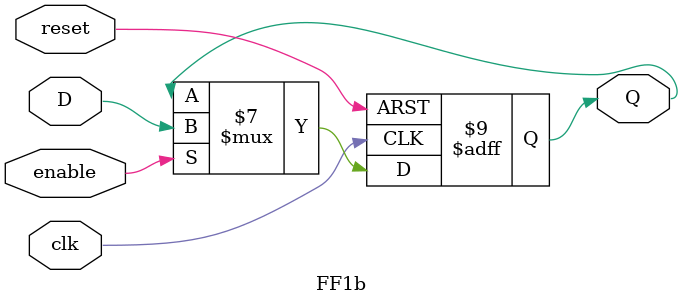
<source format=v>

module FF1b(
  input wire clk, enable, reset,
  input wire D,
  output reg Q);

  always @(posedge clk or posedge reset) begin
    if(reset)
      Q <= 0;
    else if(enable)
      Q <= D;
  end
endmodule

module FFJK(
  input wire clk, reset, enable, J, K,
  output wire Q);

    wire nQ, nK, aJ, ak, q;

    not(nQ, Q);
    not(nK, K);
    and(aJ, J, nQ);
    and(aK, nK, Q);
    or(q, aJ, aK);

    FF1b u(clk, reset, enable, Q, q);
endmodule

</source>
